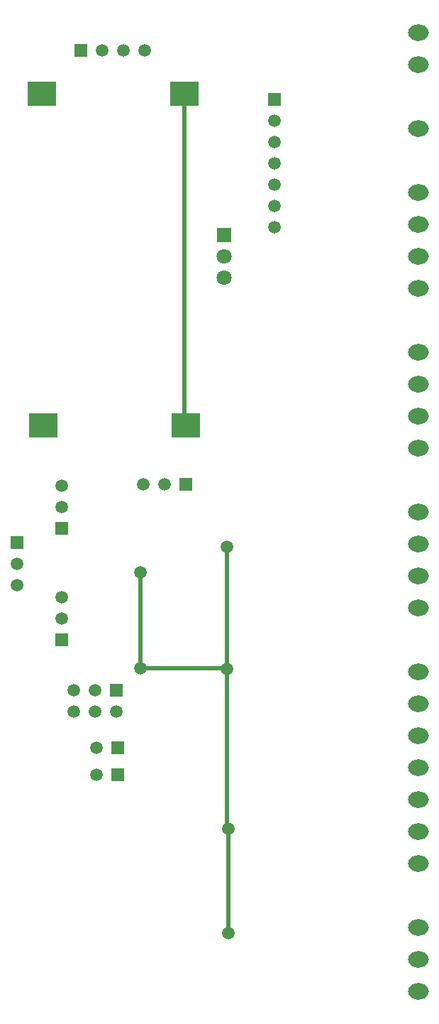
<source format=gbr>
G04 DipTrace 3.3.1.3*
G04 Top.gbr*
%MOIN*%
G04 #@! TF.FileFunction,Copper,L1,Top*
G04 #@! TF.Part,Single*
%AMOUTLINE3*
4,1,20,
0.0,0.03937,
0.015208,0.037443,
0.028926,0.031851,
0.039814,0.023141,
0.046804,0.012166,
0.049213,0.0,
0.046804,-0.012166,
0.039814,-0.023141,
0.028926,-0.031851,
0.015208,-0.037443,
0.0,-0.03937,
-0.015208,-0.037443,
-0.028926,-0.031851,
-0.039814,-0.023141,
-0.046804,-0.012166,
-0.049213,0.0,
-0.046804,0.012166,
-0.039814,0.023141,
-0.028926,0.031851,
-0.015208,0.037443,
0.0,0.03937,
0*%
G04 #@! TA.AperFunction,Conductor*
%ADD13C,0.019685*%
G04 #@! TA.AperFunction,ComponentPad*
%ADD22R,0.059055X0.059055*%
%ADD23C,0.059055*%
%ADD35R,0.137795X0.11811*%
%ADD38R,0.070866X0.070866*%
%ADD39C,0.070866*%
G04 #@! TA.AperFunction,ViaPad*
%ADD40C,0.059055*%
G04 #@! TA.AperFunction,ComponentPad*
%ADD90OUTLINE3*%
%FSLAX26Y26*%
G04*
G70*
G90*
G75*
G01*
G04 Top*
%LPD*%
X1118702Y2612450D2*
D13*
X1118701Y2162450D1*
X1518702D1*
X1524951Y2156201D1*
Y2731201D1*
Y2156201D2*
Y1412450D1*
X1531201Y1406201D1*
X1531202Y918701D2*
Y1406199D1*
X1531201Y1406201D1*
X1324942Y4856211D2*
Y3306211D1*
X1331202Y3299951D1*
D40*
X1118701Y2162450D3*
X1524951Y2156201D3*
X1531201Y1406201D3*
X1531202Y918701D3*
X1524951Y2731201D3*
X1118702Y2612450D3*
D22*
X1749951Y4831201D3*
D23*
Y4731201D3*
Y4631201D3*
Y4531201D3*
Y4431201D3*
Y4331201D3*
Y4231201D3*
D22*
X1006202Y2056201D3*
D23*
Y1956201D3*
X906202Y2056201D3*
Y1956201D3*
X806202Y2056201D3*
Y1956201D3*
D22*
X837450Y5062450D3*
D23*
X937450D3*
X1037450D3*
X1137450D3*
D22*
X537451Y2749951D3*
D23*
Y2649951D3*
Y2549951D3*
D22*
X1012451Y1787450D3*
D23*
X912451D3*
D22*
X1012451Y1662450D3*
D23*
X912451D3*
D22*
X1331202Y3024950D3*
D23*
X1231202D3*
X1131202D3*
D22*
X749951Y2293701D3*
D23*
Y2393701D3*
Y2493701D3*
D22*
Y2818701D3*
D23*
Y2918701D3*
Y3018701D3*
D35*
X1331202Y3299951D3*
X1324942Y4856211D3*
X662462Y3299951D3*
X656202Y4856211D3*
D38*
X1512453Y4193699D3*
D39*
Y3993699D3*
Y4093699D3*
D90*
X2424951Y644735D3*
Y794735D3*
Y944735D3*
Y1244735D3*
Y1394735D3*
Y1544735D3*
Y1694735D3*
Y1844735D3*
Y1994735D3*
Y2144735D3*
Y2594735D3*
Y2444735D3*
Y2744735D3*
Y2894735D3*
Y3194735D3*
Y3344735D3*
Y3494735D3*
Y3644735D3*
Y3944735D3*
Y4094735D3*
Y4244735D3*
Y4394735D3*
Y4694735D3*
Y4994735D3*
Y5144735D3*
M02*

</source>
